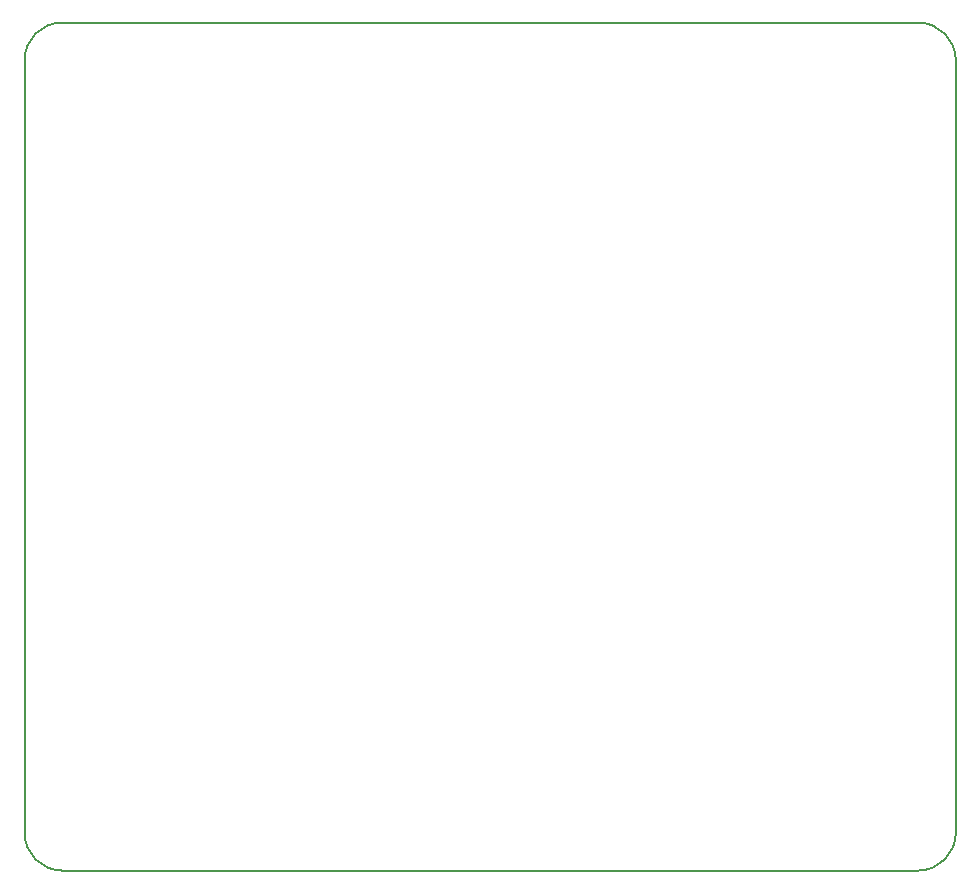
<source format=gbr>
%TF.GenerationSoftware,KiCad,Pcbnew,6.0.0-rc1-unknown-4a57541~66~ubuntu18.04.1*%
%TF.CreationDate,2018-09-13T13:12:40-06:00*%
%TF.ProjectId,thelio-io-sas,7468656C696F2D696F2D7361732E6B69,rev?*%
%TF.SameCoordinates,Original*%
%TF.FileFunction,Profile,NP*%
%FSLAX46Y46*%
G04 Gerber Fmt 4.6, Leading zero omitted, Abs format (unit mm)*
G04 Created by KiCad (PCBNEW 6.0.0-rc1-unknown-4a57541~66~ubuntu18.04.1) date Thu Sep 13 13:12:40 2018*
%MOMM*%
%LPD*%
G01*
G04 APERTURE LIST*
%ADD10C,0.200000*%
%ADD11C,0.150000*%
G04 APERTURE END LIST*
D10*
X75650000Y-71800000D02*
X3200000Y-71800000D01*
X0Y-68600000D02*
X0Y-3200000D01*
X78850000Y-3200000D02*
X78850000Y-68600000D01*
X0Y-3200000D02*
G75*
G02X3200000Y0I3200000J0D01*
G01*
X75650000Y0D02*
G75*
G02X78850000Y-3200000I0J-3200000D01*
G01*
X3200000Y0D02*
X75650000Y0D01*
D11*
X78850000Y-68600000D02*
G75*
G02X75650000Y-71800000I-3200000J0D01*
G01*
D10*
X3200000Y-71800000D02*
G75*
G02X0Y-68600000I0J3200000D01*
G01*
M02*

</source>
